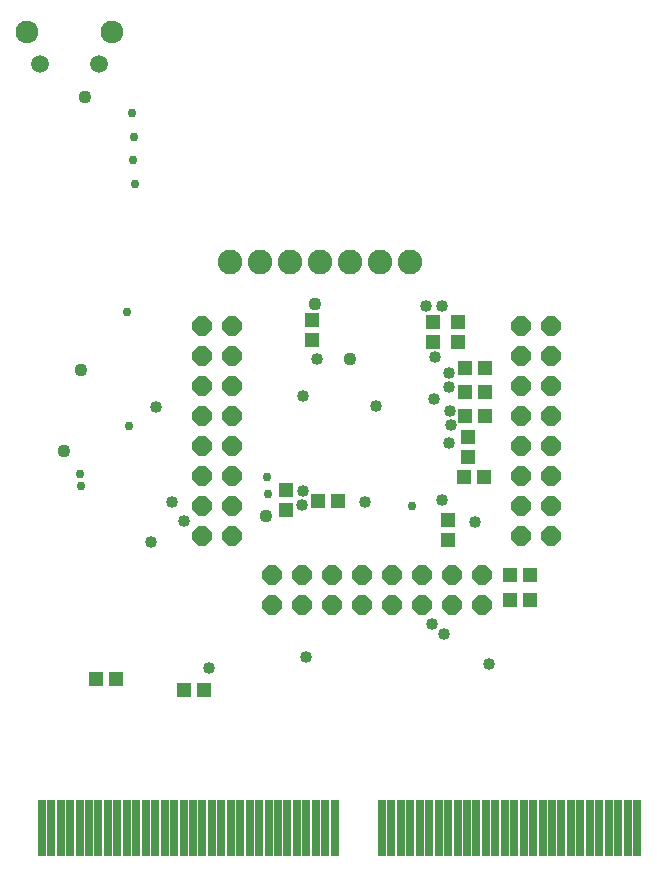
<source format=gbs>
G75*
%MOIN*%
%OFA0B0*%
%FSLAX25Y25*%
%IPPOS*%
%LPD*%
%AMOC8*
5,1,8,0,0,1.08239X$1,22.5*
%
%ADD10R,0.05131X0.04737*%
%ADD11R,0.04737X0.05131*%
%ADD12C,0.05950*%
%ADD13C,0.07591*%
%ADD14OC8,0.06400*%
%ADD15R,0.03064X0.18517*%
%ADD16R,0.03162X0.18517*%
%ADD17C,0.08200*%
%ADD18C,0.04000*%
%ADD19C,0.04362*%
%ADD20C,0.03000*%
D10*
X0040509Y0064192D03*
X0047202Y0064192D03*
X0069705Y0060426D03*
X0076398Y0060426D03*
X0114410Y0123567D03*
X0121103Y0123567D03*
X0163053Y0131597D03*
X0169746Y0131597D03*
X0170294Y0151776D03*
X0163601Y0151776D03*
X0163567Y0159829D03*
X0163591Y0167878D03*
X0170283Y0167878D03*
X0170260Y0159829D03*
X0178419Y0098942D03*
X0185112Y0098942D03*
X0185072Y0090662D03*
X0178379Y0090662D03*
D11*
X0157676Y0110638D03*
X0157676Y0117331D03*
X0164477Y0138302D03*
X0164477Y0144995D03*
X0161161Y0176649D03*
X0161161Y0183342D03*
X0152710Y0183355D03*
X0152710Y0176662D03*
X0112418Y0177090D03*
X0112418Y0183783D03*
X0103742Y0127381D03*
X0103742Y0120688D03*
D12*
X0041499Y0269190D03*
X0021814Y0269190D03*
D13*
X0017493Y0279820D03*
X0045820Y0279820D03*
D14*
X0075893Y0181936D03*
X0075893Y0171936D03*
X0075893Y0161936D03*
X0075893Y0151936D03*
X0075893Y0141936D03*
X0075893Y0131936D03*
X0075893Y0121936D03*
X0075893Y0111936D03*
X0085893Y0111936D03*
X0085893Y0121936D03*
X0085893Y0131936D03*
X0085893Y0141936D03*
X0085893Y0151936D03*
X0085893Y0161936D03*
X0085893Y0171936D03*
X0085893Y0181936D03*
X0099043Y0098786D03*
X0099043Y0088786D03*
X0109043Y0088786D03*
X0119043Y0088786D03*
X0129043Y0088786D03*
X0139043Y0088786D03*
X0149043Y0088786D03*
X0159043Y0088786D03*
X0169043Y0088786D03*
X0169043Y0098786D03*
X0159043Y0098786D03*
X0149043Y0098786D03*
X0139043Y0098786D03*
X0129043Y0098786D03*
X0119043Y0098786D03*
X0109043Y0098786D03*
X0182192Y0111936D03*
X0182192Y0121936D03*
X0182192Y0131936D03*
X0182192Y0141936D03*
X0182192Y0151936D03*
X0182192Y0161936D03*
X0182192Y0171936D03*
X0182192Y0181936D03*
X0192192Y0181936D03*
X0192192Y0171936D03*
X0192192Y0161936D03*
X0192192Y0151936D03*
X0192192Y0141936D03*
X0192192Y0131936D03*
X0192192Y0121936D03*
X0192192Y0111936D03*
D15*
X0022408Y0014449D03*
X0025558Y0014449D03*
X0028707Y0014449D03*
X0031857Y0014449D03*
X0035007Y0014449D03*
X0038156Y0014449D03*
X0041306Y0014449D03*
X0044455Y0014449D03*
X0047605Y0014449D03*
X0050755Y0014449D03*
X0053904Y0014449D03*
X0057054Y0014449D03*
X0060203Y0014449D03*
X0063353Y0014449D03*
X0066503Y0014449D03*
X0069652Y0014449D03*
X0072802Y0014449D03*
X0075951Y0014449D03*
X0079101Y0014449D03*
X0082251Y0014449D03*
X0085400Y0014449D03*
X0088550Y0014449D03*
X0091699Y0014449D03*
X0094849Y0014449D03*
X0097999Y0014449D03*
X0104298Y0014449D03*
X0107447Y0014449D03*
X0110597Y0014449D03*
X0113747Y0014449D03*
X0116896Y0014449D03*
X0120046Y0014449D03*
X0135794Y0014449D03*
X0138944Y0014449D03*
X0142093Y0014449D03*
X0145243Y0014449D03*
X0148392Y0014449D03*
X0151542Y0014449D03*
X0154692Y0014449D03*
X0157841Y0014449D03*
X0160991Y0014449D03*
X0164140Y0014449D03*
X0167290Y0014449D03*
X0170440Y0014449D03*
X0173589Y0014449D03*
X0176739Y0014449D03*
X0179888Y0014449D03*
X0183038Y0014449D03*
X0186188Y0014449D03*
X0189337Y0014449D03*
X0192487Y0014449D03*
X0195636Y0014449D03*
X0198786Y0014449D03*
X0201936Y0014449D03*
X0205085Y0014449D03*
X0208235Y0014449D03*
X0211384Y0014449D03*
X0214534Y0014449D03*
X0217684Y0014449D03*
X0220833Y0014449D03*
D16*
X0101148Y0014449D03*
D17*
X0105100Y0203118D03*
X0095100Y0203118D03*
X0085100Y0203118D03*
X0115100Y0203118D03*
X0125100Y0203118D03*
X0135100Y0203118D03*
X0145100Y0203118D03*
D18*
X0150335Y0188545D03*
X0155682Y0188439D03*
X0153516Y0171478D03*
X0158180Y0166219D03*
X0158152Y0161515D03*
X0153185Y0157689D03*
X0158479Y0153699D03*
X0158857Y0148891D03*
X0158241Y0143009D03*
X0155772Y0123775D03*
X0166711Y0116665D03*
X0152570Y0082412D03*
X0156330Y0079078D03*
X0171626Y0069127D03*
X0130185Y0123074D03*
X0109288Y0122333D03*
X0109476Y0127041D03*
X0133675Y0155310D03*
X0114254Y0170956D03*
X0109395Y0158545D03*
X0069732Y0116844D03*
X0065679Y0123118D03*
X0058968Y0109814D03*
X0077991Y0067861D03*
X0110338Y0071563D03*
X0060537Y0154884D03*
D19*
X0035524Y0167183D03*
X0029856Y0140384D03*
X0097099Y0118708D03*
X0125158Y0170786D03*
X0113405Y0189069D03*
X0036781Y0258109D03*
D20*
X0052458Y0252823D03*
X0053006Y0244963D03*
X0052975Y0237322D03*
X0053418Y0229389D03*
X0050718Y0186569D03*
X0051363Y0148516D03*
X0035016Y0132494D03*
X0035326Y0128696D03*
X0097428Y0131705D03*
X0097697Y0126047D03*
X0145830Y0121738D03*
M02*

</source>
